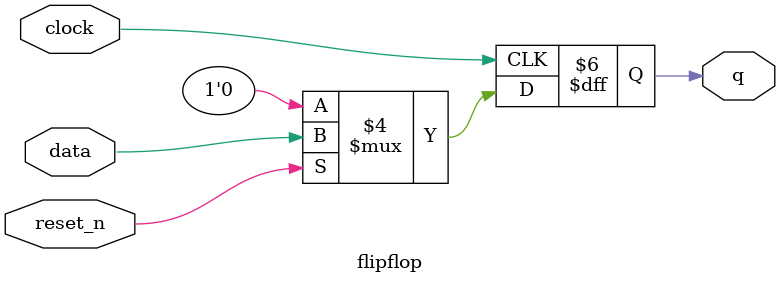
<source format=v>


module SHIFT(LEDR, SW, KEY);
    input [9:0] SW;
	input [3:0] KEY;
    output [9:0] LEDR;
	
	wire [7:0] out;
	wire in;
	assign in = KEY[3] & out[7];
	
	logicShift s1(in, KEY[2], SW[7], KEY[1], KEY[0], SW[9], out[7]);
	logicShift s2(out[7], KEY[2], SW[6], KEY[1], KEY[0], SW[9], out[6]);
	logicShift s3(out[6], KEY[2], SW[5], KEY[1], KEY[0], SW[9], out[5]);
	logicShift s4(out[5], KEY[2], SW[4], KEY[1], KEY[0], SW[9], out[4]);
	logicShift s5(out[4], KEY[2], SW[3], KEY[1], KEY[0], SW[9], out[3]);
	logicShift s6(out[3], KEY[2], SW[2], KEY[1], KEY[0], SW[9], out[2]);
	logicShift s7(out[2], KEY[2], SW[1], KEY[1], KEY[0], SW[9], out[1]);
	logicShift s8(out[1], KEY[2], SW[0], KEY[1], KEY[0], SW[9], out[0]);
	
	assign LEDR[7:0] = out[7:0];
endmodule

module logicShift(in, shift, load_val, load_n, clk, reset_n, out);
	input in;
	input shift;
	input load_val;
	input load_n;
	input clk;
	input reset_n;
	output out;
	
	wire data_from_other_mux;
	wire data_to_dff;
	
	mux2to1 m0(
		.x(out), // out
		.y(in), // in
		.s(shift), //shift
		.m(data_from_other_mux)); // data_from_other_mux
   
	mux2to1 m1(
        .x(load_val), //load_val
        .y(data_from_other_mux), //data_from_other_mux
        .s(load_n), //load_n
        .m(data_to_dff)); //data_to_dff
	
	flipflop f0(
		.data(data_to_dff), //data_to_dff
		.q(out), //out
		.clock(clk), //clk
		.reset_n(reset_n)); //reset_n
endmodule

module mux2to1(x, y, s, m);
    input x;
    input y; 
    input s;
    output m; 
	
    assign m = s & y | ~s & x;
endmodule

module flipflop(data, q, clock, reset_n);
	input clock;
	input data;
	input reset_n;
	output q;
	reg q;
	
	always @(posedge clock)
	begin
	if (reset_n == 1'b0)
		q <= 0;
	else
		q <= data;
	end
endmodule

</source>
